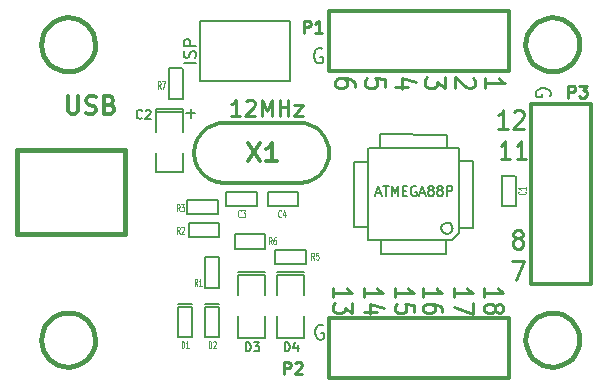
<source format=gto>
G04 (created by PCBNEW-RS274X (2012-01-19 BZR 3256)-stable) date Fri 05 Oct 2012 12:09:18 PM NZDT*
G01*
G70*
G90*
%MOIN*%
G04 Gerber Fmt 3.4, Leading zero omitted, Abs format*
%FSLAX34Y34*%
G04 APERTURE LIST*
%ADD10C,0.006000*%
%ADD11C,0.007900*%
%ADD12C,0.009800*%
%ADD13C,0.005000*%
%ADD14C,0.012500*%
%ADD15C,0.008000*%
%ADD16C,0.012000*%
%ADD17C,0.015000*%
%ADD18C,0.003900*%
%ADD19C,0.008700*%
%ADD20C,0.010000*%
%ADD21C,0.005900*%
G04 APERTURE END LIST*
G54D10*
G54D11*
X35310Y-23666D02*
X35610Y-23666D01*
X35460Y-23816D02*
X35460Y-23516D01*
X39836Y-21527D02*
X39791Y-21502D01*
X39723Y-21502D01*
X39656Y-21527D01*
X39611Y-21575D01*
X39588Y-21624D01*
X39566Y-21722D01*
X39566Y-21795D01*
X39588Y-21892D01*
X39611Y-21941D01*
X39656Y-21990D01*
X39723Y-22014D01*
X39768Y-22014D01*
X39836Y-21990D01*
X39858Y-21965D01*
X39858Y-21795D01*
X39768Y-21795D01*
X47433Y-23112D02*
X47458Y-23067D01*
X47458Y-22999D01*
X47433Y-22932D01*
X47385Y-22887D01*
X47336Y-22864D01*
X47238Y-22842D01*
X47165Y-22842D01*
X47068Y-22864D01*
X47019Y-22887D01*
X46970Y-22932D01*
X46946Y-22999D01*
X46946Y-23044D01*
X46970Y-23112D01*
X46995Y-23134D01*
X47165Y-23134D01*
X47165Y-23044D01*
X39876Y-30740D02*
X39831Y-30715D01*
X39763Y-30715D01*
X39696Y-30740D01*
X39651Y-30788D01*
X39628Y-30837D01*
X39606Y-30935D01*
X39606Y-31008D01*
X39628Y-31105D01*
X39651Y-31154D01*
X39696Y-31203D01*
X39763Y-31227D01*
X39808Y-31227D01*
X39876Y-31203D01*
X39898Y-31178D01*
X39898Y-31008D01*
X39808Y-31008D01*
G54D12*
X45245Y-29812D02*
X45245Y-29497D01*
X45245Y-29654D02*
X45875Y-29654D01*
X45785Y-29602D01*
X45725Y-29549D01*
X45695Y-29497D01*
X45605Y-30127D02*
X45635Y-30074D01*
X45665Y-30048D01*
X45725Y-30022D01*
X45755Y-30022D01*
X45815Y-30048D01*
X45845Y-30074D01*
X45875Y-30127D01*
X45875Y-30232D01*
X45845Y-30284D01*
X45815Y-30311D01*
X45755Y-30337D01*
X45725Y-30337D01*
X45665Y-30311D01*
X45635Y-30284D01*
X45605Y-30232D01*
X45605Y-30127D01*
X45575Y-30074D01*
X45545Y-30048D01*
X45485Y-30022D01*
X45365Y-30022D01*
X45305Y-30048D01*
X45275Y-30074D01*
X45245Y-30127D01*
X45245Y-30232D01*
X45275Y-30284D01*
X45305Y-30311D01*
X45365Y-30337D01*
X45485Y-30337D01*
X45545Y-30311D01*
X45575Y-30284D01*
X45605Y-30232D01*
X44221Y-29812D02*
X44221Y-29497D01*
X44221Y-29654D02*
X44851Y-29654D01*
X44761Y-29602D01*
X44701Y-29549D01*
X44671Y-29497D01*
X44851Y-29996D02*
X44851Y-30363D01*
X44221Y-30127D01*
X43198Y-29812D02*
X43198Y-29497D01*
X43198Y-29654D02*
X43828Y-29654D01*
X43738Y-29602D01*
X43678Y-29549D01*
X43648Y-29497D01*
X43828Y-30284D02*
X43828Y-30179D01*
X43798Y-30127D01*
X43768Y-30101D01*
X43678Y-30048D01*
X43558Y-30022D01*
X43318Y-30022D01*
X43258Y-30048D01*
X43228Y-30074D01*
X43198Y-30127D01*
X43198Y-30232D01*
X43228Y-30284D01*
X43258Y-30311D01*
X43318Y-30337D01*
X43468Y-30337D01*
X43528Y-30311D01*
X43558Y-30284D01*
X43588Y-30232D01*
X43588Y-30127D01*
X43558Y-30074D01*
X43528Y-30048D01*
X43468Y-30022D01*
X41229Y-29812D02*
X41229Y-29497D01*
X41229Y-29654D02*
X41859Y-29654D01*
X41769Y-29602D01*
X41709Y-29549D01*
X41679Y-29497D01*
X41649Y-30284D02*
X41229Y-30284D01*
X41889Y-30153D02*
X41439Y-30022D01*
X41439Y-30363D01*
X42253Y-29812D02*
X42253Y-29497D01*
X42253Y-29654D02*
X42883Y-29654D01*
X42793Y-29602D01*
X42733Y-29549D01*
X42703Y-29497D01*
X42883Y-30311D02*
X42883Y-30048D01*
X42583Y-30022D01*
X42613Y-30048D01*
X42643Y-30101D01*
X42643Y-30232D01*
X42613Y-30284D01*
X42583Y-30311D01*
X42523Y-30337D01*
X42373Y-30337D01*
X42313Y-30311D01*
X42283Y-30284D01*
X42253Y-30232D01*
X42253Y-30101D01*
X42283Y-30048D01*
X42313Y-30022D01*
X40205Y-29812D02*
X40205Y-29497D01*
X40205Y-29654D02*
X40835Y-29654D01*
X40745Y-29602D01*
X40685Y-29549D01*
X40655Y-29497D01*
X40835Y-29996D02*
X40835Y-30337D01*
X40595Y-30153D01*
X40595Y-30232D01*
X40565Y-30284D01*
X40535Y-30311D01*
X40475Y-30337D01*
X40325Y-30337D01*
X40265Y-30311D01*
X40235Y-30284D01*
X40205Y-30232D01*
X40205Y-30074D01*
X40235Y-30022D01*
X40265Y-29996D01*
X46025Y-24188D02*
X45710Y-24188D01*
X45867Y-24188D02*
X45867Y-23558D01*
X45815Y-23648D01*
X45762Y-23708D01*
X45710Y-23738D01*
X46235Y-23618D02*
X46261Y-23588D01*
X46314Y-23558D01*
X46445Y-23558D01*
X46497Y-23588D01*
X46524Y-23618D01*
X46550Y-23678D01*
X46550Y-23738D01*
X46524Y-23828D01*
X46209Y-24188D01*
X46550Y-24188D01*
X46103Y-25212D02*
X45788Y-25212D01*
X45945Y-25212D02*
X45945Y-24582D01*
X45893Y-24672D01*
X45840Y-24732D01*
X45788Y-24762D01*
X46628Y-25212D02*
X46313Y-25212D01*
X46470Y-25212D02*
X46470Y-24582D01*
X46418Y-24672D01*
X46365Y-24732D01*
X46313Y-24762D01*
X46314Y-27844D02*
X46261Y-27814D01*
X46235Y-27784D01*
X46209Y-27724D01*
X46209Y-27694D01*
X46235Y-27634D01*
X46261Y-27604D01*
X46314Y-27574D01*
X46419Y-27574D01*
X46471Y-27604D01*
X46498Y-27634D01*
X46524Y-27694D01*
X46524Y-27724D01*
X46498Y-27784D01*
X46471Y-27814D01*
X46419Y-27844D01*
X46314Y-27844D01*
X46261Y-27874D01*
X46235Y-27904D01*
X46209Y-27964D01*
X46209Y-28084D01*
X46235Y-28144D01*
X46261Y-28174D01*
X46314Y-28204D01*
X46419Y-28204D01*
X46471Y-28174D01*
X46498Y-28144D01*
X46524Y-28084D01*
X46524Y-27964D01*
X46498Y-27904D01*
X46471Y-27874D01*
X46419Y-27844D01*
X46167Y-28597D02*
X46567Y-28597D01*
X46310Y-29227D01*
X45278Y-22842D02*
X45278Y-22505D01*
X45278Y-22673D02*
X45924Y-22673D01*
X45831Y-22617D01*
X45770Y-22561D01*
X45739Y-22505D01*
X44860Y-22505D02*
X44891Y-22533D01*
X44922Y-22589D01*
X44922Y-22730D01*
X44891Y-22786D01*
X44860Y-22814D01*
X44798Y-22842D01*
X44737Y-22842D01*
X44645Y-22814D01*
X44276Y-22476D01*
X44276Y-22842D01*
X43920Y-22476D02*
X43920Y-22842D01*
X43673Y-22645D01*
X43673Y-22730D01*
X43643Y-22786D01*
X43612Y-22814D01*
X43550Y-22842D01*
X43397Y-22842D01*
X43335Y-22814D01*
X43304Y-22786D01*
X43274Y-22730D01*
X43274Y-22561D01*
X43304Y-22505D01*
X43335Y-22476D01*
X42702Y-22786D02*
X42272Y-22786D01*
X42948Y-22645D02*
X42487Y-22505D01*
X42487Y-22870D01*
X41916Y-22814D02*
X41916Y-22533D01*
X41608Y-22505D01*
X41639Y-22533D01*
X41669Y-22589D01*
X41669Y-22730D01*
X41639Y-22786D01*
X41608Y-22814D01*
X41546Y-22842D01*
X41393Y-22842D01*
X41331Y-22814D01*
X41300Y-22786D01*
X41270Y-22730D01*
X41270Y-22589D01*
X41300Y-22533D01*
X41331Y-22505D01*
X40914Y-22786D02*
X40914Y-22673D01*
X40883Y-22617D01*
X40852Y-22589D01*
X40760Y-22533D01*
X40637Y-22505D01*
X40391Y-22505D01*
X40329Y-22533D01*
X40298Y-22561D01*
X40268Y-22617D01*
X40268Y-22730D01*
X40298Y-22786D01*
X40329Y-22814D01*
X40391Y-22842D01*
X40544Y-22842D01*
X40606Y-22814D01*
X40637Y-22786D01*
X40667Y-22730D01*
X40667Y-22617D01*
X40637Y-22561D01*
X40606Y-22533D01*
X40544Y-22505D01*
G54D10*
X35490Y-30035D02*
X35018Y-30035D01*
X35018Y-31128D02*
X35018Y-30134D01*
G54D13*
X35500Y-31138D02*
X35500Y-30134D01*
X35028Y-31138D02*
X35500Y-31138D01*
X35032Y-30125D02*
X35492Y-30125D01*
G54D10*
X35923Y-31128D02*
X35923Y-30134D01*
X36395Y-30035D02*
X35923Y-30035D01*
G54D13*
X36405Y-31138D02*
X36405Y-30134D01*
X35933Y-31138D02*
X36405Y-31138D01*
X35937Y-30125D02*
X36397Y-30125D01*
X38330Y-31079D02*
X38330Y-31179D01*
X38330Y-31179D02*
X39230Y-31179D01*
X39230Y-31179D02*
X39230Y-31079D01*
X38330Y-28972D02*
X39230Y-28972D01*
X39230Y-31079D02*
X39230Y-30429D01*
X38330Y-29729D02*
X38330Y-29079D01*
X38330Y-29079D02*
X39230Y-29079D01*
X39230Y-29079D02*
X39230Y-29729D01*
X38330Y-30429D02*
X38330Y-31079D01*
X37031Y-31079D02*
X37031Y-31179D01*
X37031Y-31179D02*
X37931Y-31179D01*
X37931Y-31179D02*
X37931Y-31079D01*
X37031Y-29052D02*
X37931Y-29052D01*
X37931Y-31079D02*
X37931Y-30429D01*
X37031Y-29729D02*
X37031Y-29079D01*
X37031Y-28961D02*
X37931Y-28961D01*
X37931Y-29079D02*
X37931Y-29729D01*
X37031Y-30429D02*
X37031Y-31079D01*
G54D14*
X36573Y-25995D02*
X39073Y-25995D01*
X36573Y-23995D02*
X39073Y-23995D01*
X40073Y-24995D02*
X40069Y-24908D01*
X40057Y-24822D01*
X40038Y-24737D01*
X40012Y-24653D01*
X39979Y-24573D01*
X39939Y-24496D01*
X39892Y-24422D01*
X39839Y-24353D01*
X39780Y-24288D01*
X39715Y-24229D01*
X39646Y-24176D01*
X39573Y-24129D01*
X39495Y-24089D01*
X39415Y-24056D01*
X39331Y-24030D01*
X39246Y-24011D01*
X39160Y-23999D01*
X39073Y-23995D01*
X39073Y-25995D02*
X39160Y-25991D01*
X39246Y-25979D01*
X39331Y-25960D01*
X39415Y-25934D01*
X39495Y-25901D01*
X39573Y-25861D01*
X39646Y-25814D01*
X39715Y-25761D01*
X39780Y-25702D01*
X39839Y-25637D01*
X39892Y-25568D01*
X39939Y-25494D01*
X39979Y-25417D01*
X40012Y-25337D01*
X40038Y-25253D01*
X40057Y-25168D01*
X40069Y-25082D01*
X40073Y-24995D01*
X36573Y-23995D02*
X36486Y-23999D01*
X36400Y-24011D01*
X36315Y-24030D01*
X36231Y-24056D01*
X36151Y-24089D01*
X36074Y-24129D01*
X36000Y-24176D01*
X35931Y-24229D01*
X35866Y-24288D01*
X35807Y-24353D01*
X35754Y-24422D01*
X35707Y-24496D01*
X35667Y-24573D01*
X35634Y-24653D01*
X35608Y-24737D01*
X35589Y-24822D01*
X35577Y-24908D01*
X35573Y-24995D01*
X35573Y-24995D02*
X35577Y-25082D01*
X35589Y-25168D01*
X35608Y-25253D01*
X35634Y-25337D01*
X35667Y-25417D01*
X35707Y-25494D01*
X35754Y-25568D01*
X35807Y-25637D01*
X35866Y-25702D01*
X35931Y-25761D01*
X36000Y-25814D01*
X36074Y-25861D01*
X36151Y-25901D01*
X36231Y-25934D01*
X36315Y-25960D01*
X36400Y-25979D01*
X36486Y-25991D01*
X36573Y-25995D01*
G54D15*
X35772Y-20610D02*
X38772Y-20610D01*
X38772Y-22610D02*
X35772Y-22610D01*
X35772Y-22610D02*
X35772Y-20610D01*
X38772Y-20610D02*
X38772Y-22610D01*
G54D16*
X46796Y-29377D02*
X46796Y-23377D01*
X46796Y-23377D02*
X48796Y-23377D01*
X48796Y-23377D02*
X48796Y-29377D01*
X48796Y-29377D02*
X46796Y-29377D01*
G54D10*
X40894Y-25287D02*
X41344Y-25287D01*
X40894Y-27467D02*
X41334Y-27467D01*
X40894Y-25287D02*
X40894Y-27467D01*
X41774Y-24817D02*
X41774Y-24387D01*
X43984Y-24807D02*
X43984Y-24387D01*
X43994Y-24387D02*
X41774Y-24377D01*
X43974Y-28357D02*
X41804Y-28367D01*
X44404Y-27667D02*
X44404Y-24837D01*
X41794Y-28357D02*
X41794Y-27947D01*
X44154Y-27907D02*
X41374Y-27907D01*
X41354Y-24827D02*
X41354Y-27867D01*
X44404Y-24827D02*
X41404Y-24827D01*
X44854Y-27497D02*
X44854Y-25277D01*
X44854Y-25277D02*
X44404Y-25277D01*
X44400Y-27677D02*
X44170Y-27907D01*
X44852Y-27497D02*
X44400Y-27497D01*
X43974Y-27907D02*
X43974Y-28359D01*
X44180Y-27503D02*
X44176Y-27539D01*
X44165Y-27574D01*
X44148Y-27607D01*
X44125Y-27635D01*
X44097Y-27658D01*
X44064Y-27676D01*
X44029Y-27687D01*
X43993Y-27690D01*
X43957Y-27687D01*
X43922Y-27677D01*
X43890Y-27660D01*
X43861Y-27637D01*
X43837Y-27609D01*
X43820Y-27577D01*
X43809Y-27542D01*
X43805Y-27505D01*
X43808Y-27470D01*
X43818Y-27434D01*
X43834Y-27402D01*
X43857Y-27373D01*
X43885Y-27349D01*
X43917Y-27331D01*
X43952Y-27320D01*
X43989Y-27316D01*
X44024Y-27318D01*
X44059Y-27328D01*
X44092Y-27345D01*
X44121Y-27367D01*
X44145Y-27395D01*
X44163Y-27427D01*
X44175Y-27462D01*
X44179Y-27498D01*
X44180Y-27503D01*
G54D13*
X46287Y-26767D02*
X46287Y-25763D01*
X45815Y-25743D02*
X45815Y-26767D01*
X45815Y-26767D02*
X46287Y-26767D01*
X45819Y-25754D02*
X46279Y-25754D01*
X36642Y-26767D02*
X37646Y-26767D01*
X37666Y-26295D02*
X36642Y-26295D01*
X36642Y-26295D02*
X36642Y-26767D01*
X37655Y-26299D02*
X37655Y-26759D01*
X39044Y-26295D02*
X38040Y-26295D01*
X38020Y-26767D02*
X39044Y-26767D01*
X39044Y-26767D02*
X39044Y-26295D01*
X38031Y-26763D02*
X38031Y-26303D01*
X35185Y-23185D02*
X35185Y-22181D01*
X34713Y-22161D02*
X34713Y-23185D01*
X34713Y-23185D02*
X35185Y-23185D01*
X34717Y-22172D02*
X35177Y-22172D01*
X37941Y-27712D02*
X36937Y-27712D01*
X36917Y-28184D02*
X37941Y-28184D01*
X37941Y-28184D02*
X37941Y-27712D01*
X36928Y-28180D02*
X36928Y-27720D01*
X39280Y-28224D02*
X38276Y-28224D01*
X38256Y-28696D02*
X39280Y-28696D01*
X39280Y-28696D02*
X39280Y-28224D01*
X38267Y-28692D02*
X38267Y-28232D01*
X35342Y-27042D02*
X36346Y-27042D01*
X36366Y-26570D02*
X35342Y-26570D01*
X35342Y-26570D02*
X35342Y-27042D01*
X36355Y-26574D02*
X36355Y-27034D01*
X36405Y-29484D02*
X36405Y-28480D01*
X35933Y-28460D02*
X35933Y-29484D01*
X35933Y-29484D02*
X36405Y-29484D01*
X35937Y-28471D02*
X36397Y-28471D01*
X36406Y-27318D02*
X35402Y-27318D01*
X35382Y-27790D02*
X36406Y-27790D01*
X36406Y-27790D02*
X36406Y-27318D01*
X35393Y-27786D02*
X35393Y-27326D01*
G54D16*
X40071Y-30495D02*
X46071Y-30495D01*
X46071Y-30495D02*
X46071Y-32495D01*
X46071Y-32495D02*
X40071Y-32495D01*
X40071Y-32495D02*
X40071Y-30495D01*
X46071Y-22259D02*
X40071Y-22259D01*
X40071Y-22259D02*
X40071Y-20259D01*
X40071Y-20259D02*
X46071Y-20259D01*
X46071Y-20259D02*
X46071Y-22259D01*
G54D17*
X48408Y-31216D02*
X48390Y-31390D01*
X48340Y-31558D01*
X48257Y-31714D01*
X48146Y-31850D01*
X48011Y-31962D01*
X47856Y-32045D01*
X47688Y-32097D01*
X47514Y-32115D01*
X47340Y-32100D01*
X47171Y-32050D01*
X47016Y-31969D01*
X46879Y-31859D01*
X46766Y-31724D01*
X46681Y-31570D01*
X46628Y-31403D01*
X46609Y-31228D01*
X46623Y-31054D01*
X46672Y-30885D01*
X46752Y-30729D01*
X46861Y-30591D01*
X46995Y-30477D01*
X47148Y-30392D01*
X47315Y-30337D01*
X47490Y-30317D01*
X47664Y-30330D01*
X47833Y-30377D01*
X47990Y-30457D01*
X48128Y-30565D01*
X48243Y-30698D01*
X48330Y-30850D01*
X48385Y-31017D01*
X48407Y-31191D01*
X48408Y-31216D01*
X32266Y-21374D02*
X32248Y-21548D01*
X32198Y-21716D01*
X32115Y-21872D01*
X32004Y-22008D01*
X31869Y-22120D01*
X31714Y-22203D01*
X31546Y-22255D01*
X31372Y-22273D01*
X31198Y-22258D01*
X31029Y-22208D01*
X30874Y-22127D01*
X30737Y-22017D01*
X30624Y-21882D01*
X30539Y-21728D01*
X30486Y-21561D01*
X30467Y-21386D01*
X30481Y-21212D01*
X30530Y-21043D01*
X30610Y-20887D01*
X30719Y-20749D01*
X30853Y-20635D01*
X31006Y-20550D01*
X31173Y-20495D01*
X31348Y-20475D01*
X31522Y-20488D01*
X31691Y-20535D01*
X31848Y-20615D01*
X31986Y-20723D01*
X32101Y-20856D01*
X32188Y-21008D01*
X32243Y-21175D01*
X32265Y-21349D01*
X32266Y-21374D01*
X48408Y-21374D02*
X48390Y-21548D01*
X48340Y-21716D01*
X48257Y-21872D01*
X48146Y-22008D01*
X48011Y-22120D01*
X47856Y-22203D01*
X47688Y-22255D01*
X47514Y-22273D01*
X47340Y-22258D01*
X47171Y-22208D01*
X47016Y-22127D01*
X46879Y-22017D01*
X46766Y-21882D01*
X46681Y-21728D01*
X46628Y-21561D01*
X46609Y-21386D01*
X46623Y-21212D01*
X46672Y-21043D01*
X46752Y-20887D01*
X46861Y-20749D01*
X46995Y-20635D01*
X47148Y-20550D01*
X47315Y-20495D01*
X47490Y-20475D01*
X47664Y-20488D01*
X47833Y-20535D01*
X47990Y-20615D01*
X48128Y-20723D01*
X48243Y-20856D01*
X48330Y-21008D01*
X48385Y-21175D01*
X48407Y-21349D01*
X48408Y-21374D01*
X32266Y-31216D02*
X32248Y-31390D01*
X32198Y-31558D01*
X32115Y-31714D01*
X32004Y-31850D01*
X31869Y-31962D01*
X31714Y-32045D01*
X31546Y-32097D01*
X31372Y-32115D01*
X31198Y-32100D01*
X31029Y-32050D01*
X30874Y-31969D01*
X30737Y-31859D01*
X30624Y-31724D01*
X30539Y-31570D01*
X30486Y-31403D01*
X30467Y-31228D01*
X30481Y-31054D01*
X30530Y-30885D01*
X30610Y-30729D01*
X30719Y-30591D01*
X30853Y-30477D01*
X31006Y-30392D01*
X31173Y-30337D01*
X31348Y-30317D01*
X31522Y-30330D01*
X31691Y-30377D01*
X31848Y-30457D01*
X31986Y-30565D01*
X32101Y-30698D01*
X32188Y-30850D01*
X32243Y-31017D01*
X32265Y-31191D01*
X32266Y-31216D01*
X33275Y-27693D02*
X33275Y-24897D01*
X33275Y-24897D02*
X29653Y-24897D01*
X29653Y-24897D02*
X29653Y-27693D01*
X29653Y-27693D02*
X33275Y-27693D01*
G54D13*
X35202Y-23641D02*
X35202Y-23541D01*
X35202Y-23541D02*
X34302Y-23541D01*
X34302Y-23541D02*
X34302Y-23641D01*
X35202Y-23641D02*
X34302Y-23641D01*
X34302Y-23641D02*
X34302Y-24291D01*
X35202Y-24991D02*
X35202Y-25641D01*
X35202Y-25641D02*
X34302Y-25641D01*
X34302Y-25641D02*
X34302Y-24991D01*
X35202Y-24291D02*
X35202Y-23641D01*
G54D18*
X35148Y-31510D02*
X35148Y-31269D01*
X35186Y-31269D01*
X35208Y-31281D01*
X35223Y-31303D01*
X35231Y-31326D01*
X35238Y-31372D01*
X35238Y-31407D01*
X35231Y-31453D01*
X35223Y-31476D01*
X35208Y-31499D01*
X35186Y-31510D01*
X35148Y-31510D01*
X35388Y-31510D02*
X35298Y-31510D01*
X35343Y-31510D02*
X35343Y-31269D01*
X35328Y-31303D01*
X35313Y-31326D01*
X35298Y-31338D01*
X36053Y-31510D02*
X36053Y-31269D01*
X36091Y-31269D01*
X36113Y-31281D01*
X36128Y-31303D01*
X36136Y-31326D01*
X36143Y-31372D01*
X36143Y-31407D01*
X36136Y-31453D01*
X36128Y-31476D01*
X36113Y-31499D01*
X36091Y-31510D01*
X36053Y-31510D01*
X36203Y-31292D02*
X36210Y-31281D01*
X36225Y-31269D01*
X36263Y-31269D01*
X36278Y-31281D01*
X36285Y-31292D01*
X36293Y-31315D01*
X36293Y-31338D01*
X36285Y-31372D01*
X36195Y-31510D01*
X36293Y-31510D01*
G54D13*
X38585Y-31613D02*
X38585Y-31313D01*
X38657Y-31313D01*
X38700Y-31328D01*
X38728Y-31356D01*
X38743Y-31385D01*
X38757Y-31442D01*
X38757Y-31485D01*
X38743Y-31542D01*
X38728Y-31571D01*
X38700Y-31599D01*
X38657Y-31613D01*
X38585Y-31613D01*
X39014Y-31413D02*
X39014Y-31613D01*
X38943Y-31299D02*
X38871Y-31513D01*
X39057Y-31513D01*
X37286Y-31613D02*
X37286Y-31313D01*
X37358Y-31313D01*
X37401Y-31328D01*
X37429Y-31356D01*
X37444Y-31385D01*
X37458Y-31442D01*
X37458Y-31485D01*
X37444Y-31542D01*
X37429Y-31571D01*
X37401Y-31599D01*
X37358Y-31613D01*
X37286Y-31613D01*
X37558Y-31313D02*
X37744Y-31313D01*
X37644Y-31428D01*
X37686Y-31428D01*
X37715Y-31442D01*
X37729Y-31456D01*
X37744Y-31485D01*
X37744Y-31556D01*
X37729Y-31585D01*
X37715Y-31599D01*
X37686Y-31613D01*
X37601Y-31613D01*
X37572Y-31599D01*
X37558Y-31585D01*
G54D16*
X37377Y-24678D02*
X37777Y-25278D01*
X37777Y-24678D02*
X37377Y-25278D01*
X38319Y-25278D02*
X37976Y-25278D01*
X38148Y-25278D02*
X38148Y-24678D01*
X38091Y-24764D01*
X38033Y-24821D01*
X37976Y-24849D01*
G54D19*
X37100Y-23749D02*
X36802Y-23749D01*
X36951Y-23749D02*
X36951Y-23228D01*
X36901Y-23303D01*
X36852Y-23352D01*
X36802Y-23377D01*
X37298Y-23278D02*
X37323Y-23253D01*
X37373Y-23228D01*
X37497Y-23228D01*
X37546Y-23253D01*
X37571Y-23278D01*
X37596Y-23328D01*
X37596Y-23377D01*
X37571Y-23452D01*
X37273Y-23749D01*
X37596Y-23749D01*
X37819Y-23749D02*
X37819Y-23228D01*
X37993Y-23601D01*
X38166Y-23228D01*
X38166Y-23749D01*
X38414Y-23749D02*
X38414Y-23228D01*
X38414Y-23476D02*
X38712Y-23476D01*
X38712Y-23749D02*
X38712Y-23228D01*
X38910Y-23402D02*
X39183Y-23402D01*
X38910Y-23749D01*
X39183Y-23749D01*
G54D15*
X35622Y-22000D02*
X35222Y-22000D01*
X35603Y-21829D02*
X35622Y-21772D01*
X35622Y-21676D01*
X35603Y-21638D01*
X35584Y-21619D01*
X35546Y-21600D01*
X35508Y-21600D01*
X35470Y-21619D01*
X35450Y-21638D01*
X35431Y-21676D01*
X35412Y-21753D01*
X35393Y-21791D01*
X35374Y-21810D01*
X35336Y-21829D01*
X35298Y-21829D01*
X35260Y-21810D01*
X35241Y-21791D01*
X35222Y-21753D01*
X35222Y-21657D01*
X35241Y-21600D01*
X35622Y-21429D02*
X35222Y-21429D01*
X35222Y-21276D01*
X35241Y-21238D01*
X35260Y-21219D01*
X35298Y-21200D01*
X35355Y-21200D01*
X35393Y-21219D01*
X35412Y-21238D01*
X35431Y-21276D01*
X35431Y-21429D01*
G54D20*
X48039Y-23150D02*
X48039Y-22750D01*
X48192Y-22750D01*
X48230Y-22769D01*
X48249Y-22788D01*
X48268Y-22826D01*
X48268Y-22883D01*
X48249Y-22921D01*
X48230Y-22940D01*
X48192Y-22959D01*
X48039Y-22959D01*
X48401Y-22750D02*
X48649Y-22750D01*
X48515Y-22902D01*
X48573Y-22902D01*
X48611Y-22921D01*
X48630Y-22940D01*
X48649Y-22978D01*
X48649Y-23074D01*
X48630Y-23112D01*
X48611Y-23131D01*
X48573Y-23150D01*
X48458Y-23150D01*
X48420Y-23131D01*
X48401Y-23112D01*
G54D21*
X41634Y-26337D02*
X41784Y-26337D01*
X41604Y-26438D02*
X41709Y-26084D01*
X41814Y-26438D01*
X41874Y-26084D02*
X42054Y-26084D01*
X41964Y-26438D02*
X41964Y-26084D01*
X42159Y-26438D02*
X42159Y-26084D01*
X42264Y-26337D01*
X42369Y-26084D01*
X42369Y-26438D01*
X42519Y-26253D02*
X42624Y-26253D01*
X42669Y-26438D02*
X42519Y-26438D01*
X42519Y-26084D01*
X42669Y-26084D01*
X42969Y-26101D02*
X42939Y-26084D01*
X42894Y-26084D01*
X42849Y-26101D01*
X42819Y-26135D01*
X42804Y-26169D01*
X42789Y-26236D01*
X42789Y-26287D01*
X42804Y-26354D01*
X42819Y-26388D01*
X42849Y-26421D01*
X42894Y-26438D01*
X42924Y-26438D01*
X42969Y-26421D01*
X42984Y-26405D01*
X42984Y-26287D01*
X42924Y-26287D01*
X43104Y-26337D02*
X43254Y-26337D01*
X43074Y-26438D02*
X43179Y-26084D01*
X43284Y-26438D01*
X43434Y-26236D02*
X43404Y-26219D01*
X43389Y-26202D01*
X43374Y-26169D01*
X43374Y-26152D01*
X43389Y-26118D01*
X43404Y-26101D01*
X43434Y-26084D01*
X43494Y-26084D01*
X43524Y-26101D01*
X43539Y-26118D01*
X43554Y-26152D01*
X43554Y-26169D01*
X43539Y-26202D01*
X43524Y-26219D01*
X43494Y-26236D01*
X43434Y-26236D01*
X43404Y-26253D01*
X43389Y-26270D01*
X43374Y-26303D01*
X43374Y-26371D01*
X43389Y-26405D01*
X43404Y-26421D01*
X43434Y-26438D01*
X43494Y-26438D01*
X43524Y-26421D01*
X43539Y-26405D01*
X43554Y-26371D01*
X43554Y-26303D01*
X43539Y-26270D01*
X43524Y-26253D01*
X43494Y-26236D01*
X43734Y-26236D02*
X43704Y-26219D01*
X43689Y-26202D01*
X43674Y-26169D01*
X43674Y-26152D01*
X43689Y-26118D01*
X43704Y-26101D01*
X43734Y-26084D01*
X43794Y-26084D01*
X43824Y-26101D01*
X43839Y-26118D01*
X43854Y-26152D01*
X43854Y-26169D01*
X43839Y-26202D01*
X43824Y-26219D01*
X43794Y-26236D01*
X43734Y-26236D01*
X43704Y-26253D01*
X43689Y-26270D01*
X43674Y-26303D01*
X43674Y-26371D01*
X43689Y-26405D01*
X43704Y-26421D01*
X43734Y-26438D01*
X43794Y-26438D01*
X43824Y-26421D01*
X43839Y-26405D01*
X43854Y-26371D01*
X43854Y-26303D01*
X43839Y-26270D01*
X43824Y-26253D01*
X43794Y-26236D01*
X43989Y-26438D02*
X43989Y-26084D01*
X44109Y-26084D01*
X44139Y-26101D01*
X44154Y-26118D01*
X44169Y-26152D01*
X44169Y-26202D01*
X44154Y-26236D01*
X44139Y-26253D01*
X44109Y-26270D01*
X43989Y-26270D01*
G54D18*
X46597Y-26282D02*
X46609Y-26289D01*
X46620Y-26312D01*
X46620Y-26327D01*
X46609Y-26349D01*
X46586Y-26364D01*
X46563Y-26372D01*
X46517Y-26379D01*
X46482Y-26379D01*
X46436Y-26372D01*
X46413Y-26364D01*
X46391Y-26349D01*
X46379Y-26327D01*
X46379Y-26312D01*
X46391Y-26289D01*
X46402Y-26282D01*
X46620Y-26132D02*
X46620Y-26222D01*
X46620Y-26177D02*
X46379Y-26177D01*
X46413Y-26192D01*
X46436Y-26207D01*
X46448Y-26222D01*
X37127Y-27117D02*
X37120Y-27129D01*
X37097Y-27140D01*
X37082Y-27140D01*
X37060Y-27129D01*
X37045Y-27106D01*
X37037Y-27083D01*
X37030Y-27037D01*
X37030Y-27002D01*
X37037Y-26956D01*
X37045Y-26933D01*
X37060Y-26911D01*
X37082Y-26899D01*
X37097Y-26899D01*
X37120Y-26911D01*
X37127Y-26922D01*
X37179Y-26899D02*
X37277Y-26899D01*
X37224Y-26991D01*
X37247Y-26991D01*
X37262Y-27002D01*
X37269Y-27014D01*
X37277Y-27037D01*
X37277Y-27094D01*
X37269Y-27117D01*
X37262Y-27129D01*
X37247Y-27140D01*
X37202Y-27140D01*
X37187Y-27129D01*
X37179Y-27117D01*
X38466Y-27117D02*
X38459Y-27129D01*
X38436Y-27140D01*
X38421Y-27140D01*
X38399Y-27129D01*
X38384Y-27106D01*
X38376Y-27083D01*
X38369Y-27037D01*
X38369Y-27002D01*
X38376Y-26956D01*
X38384Y-26933D01*
X38399Y-26911D01*
X38421Y-26899D01*
X38436Y-26899D01*
X38459Y-26911D01*
X38466Y-26922D01*
X38601Y-26979D02*
X38601Y-27140D01*
X38563Y-26888D02*
X38526Y-27060D01*
X38623Y-27060D01*
X34450Y-22849D02*
X34398Y-22734D01*
X34360Y-22849D02*
X34360Y-22608D01*
X34420Y-22608D01*
X34435Y-22620D01*
X34443Y-22631D01*
X34450Y-22654D01*
X34450Y-22688D01*
X34443Y-22711D01*
X34435Y-22723D01*
X34420Y-22734D01*
X34360Y-22734D01*
X34502Y-22608D02*
X34607Y-22608D01*
X34540Y-22849D01*
X38151Y-28046D02*
X38099Y-27931D01*
X38061Y-28046D02*
X38061Y-27805D01*
X38121Y-27805D01*
X38136Y-27817D01*
X38144Y-27828D01*
X38151Y-27851D01*
X38151Y-27885D01*
X38144Y-27908D01*
X38136Y-27920D01*
X38121Y-27931D01*
X38061Y-27931D01*
X38286Y-27805D02*
X38256Y-27805D01*
X38241Y-27817D01*
X38233Y-27828D01*
X38218Y-27862D01*
X38211Y-27908D01*
X38211Y-28000D01*
X38218Y-28023D01*
X38226Y-28035D01*
X38241Y-28046D01*
X38271Y-28046D01*
X38286Y-28035D01*
X38293Y-28023D01*
X38301Y-28000D01*
X38301Y-27943D01*
X38293Y-27920D01*
X38286Y-27908D01*
X38271Y-27897D01*
X38241Y-27897D01*
X38226Y-27908D01*
X38218Y-27920D01*
X38211Y-27943D01*
X39568Y-28558D02*
X39516Y-28443D01*
X39478Y-28558D02*
X39478Y-28317D01*
X39538Y-28317D01*
X39553Y-28329D01*
X39561Y-28340D01*
X39568Y-28363D01*
X39568Y-28397D01*
X39561Y-28420D01*
X39553Y-28432D01*
X39538Y-28443D01*
X39478Y-28443D01*
X39710Y-28317D02*
X39635Y-28317D01*
X39628Y-28432D01*
X39635Y-28420D01*
X39650Y-28409D01*
X39688Y-28409D01*
X39703Y-28420D01*
X39710Y-28432D01*
X39718Y-28455D01*
X39718Y-28512D01*
X39710Y-28535D01*
X39703Y-28547D01*
X39688Y-28558D01*
X39650Y-28558D01*
X39635Y-28547D01*
X39628Y-28535D01*
X35080Y-26943D02*
X35028Y-26828D01*
X34990Y-26943D02*
X34990Y-26702D01*
X35050Y-26702D01*
X35065Y-26714D01*
X35073Y-26725D01*
X35080Y-26748D01*
X35080Y-26782D01*
X35073Y-26805D01*
X35065Y-26817D01*
X35050Y-26828D01*
X34990Y-26828D01*
X35132Y-26702D02*
X35230Y-26702D01*
X35177Y-26794D01*
X35200Y-26794D01*
X35215Y-26805D01*
X35222Y-26817D01*
X35230Y-26840D01*
X35230Y-26897D01*
X35222Y-26920D01*
X35215Y-26932D01*
X35200Y-26943D01*
X35155Y-26943D01*
X35140Y-26932D01*
X35132Y-26920D01*
X35671Y-29424D02*
X35619Y-29309D01*
X35581Y-29424D02*
X35581Y-29183D01*
X35641Y-29183D01*
X35656Y-29195D01*
X35664Y-29206D01*
X35671Y-29229D01*
X35671Y-29263D01*
X35664Y-29286D01*
X35656Y-29298D01*
X35641Y-29309D01*
X35581Y-29309D01*
X35821Y-29424D02*
X35731Y-29424D01*
X35776Y-29424D02*
X35776Y-29183D01*
X35761Y-29217D01*
X35746Y-29240D01*
X35731Y-29252D01*
X35080Y-27691D02*
X35028Y-27576D01*
X34990Y-27691D02*
X34990Y-27450D01*
X35050Y-27450D01*
X35065Y-27462D01*
X35073Y-27473D01*
X35080Y-27496D01*
X35080Y-27530D01*
X35073Y-27553D01*
X35065Y-27565D01*
X35050Y-27576D01*
X34990Y-27576D01*
X35140Y-27473D02*
X35147Y-27462D01*
X35162Y-27450D01*
X35200Y-27450D01*
X35215Y-27462D01*
X35222Y-27473D01*
X35230Y-27496D01*
X35230Y-27519D01*
X35222Y-27553D01*
X35132Y-27691D01*
X35230Y-27691D01*
G54D20*
X38551Y-32363D02*
X38551Y-31963D01*
X38704Y-31963D01*
X38742Y-31982D01*
X38761Y-32001D01*
X38780Y-32039D01*
X38780Y-32096D01*
X38761Y-32134D01*
X38742Y-32153D01*
X38704Y-32172D01*
X38551Y-32172D01*
X38932Y-32001D02*
X38951Y-31982D01*
X38989Y-31963D01*
X39085Y-31963D01*
X39123Y-31982D01*
X39142Y-32001D01*
X39161Y-32039D01*
X39161Y-32077D01*
X39142Y-32134D01*
X38913Y-32363D01*
X39161Y-32363D01*
X39221Y-20985D02*
X39221Y-20585D01*
X39374Y-20585D01*
X39412Y-20604D01*
X39431Y-20623D01*
X39450Y-20661D01*
X39450Y-20718D01*
X39431Y-20756D01*
X39412Y-20775D01*
X39374Y-20794D01*
X39221Y-20794D01*
X39831Y-20985D02*
X39602Y-20985D01*
X39716Y-20985D02*
X39716Y-20585D01*
X39678Y-20642D01*
X39640Y-20680D01*
X39602Y-20699D01*
G54D16*
X31357Y-23104D02*
X31357Y-23590D01*
X31385Y-23647D01*
X31414Y-23675D01*
X31471Y-23704D01*
X31585Y-23704D01*
X31643Y-23675D01*
X31671Y-23647D01*
X31700Y-23590D01*
X31700Y-23104D01*
X31957Y-23675D02*
X32043Y-23704D01*
X32186Y-23704D01*
X32243Y-23675D01*
X32272Y-23647D01*
X32300Y-23590D01*
X32300Y-23532D01*
X32272Y-23475D01*
X32243Y-23447D01*
X32186Y-23418D01*
X32072Y-23390D01*
X32014Y-23361D01*
X31986Y-23332D01*
X31957Y-23275D01*
X31957Y-23218D01*
X31986Y-23161D01*
X32014Y-23132D01*
X32072Y-23104D01*
X32214Y-23104D01*
X32300Y-23132D01*
X32757Y-23390D02*
X32843Y-23418D01*
X32871Y-23447D01*
X32900Y-23504D01*
X32900Y-23590D01*
X32871Y-23647D01*
X32843Y-23675D01*
X32785Y-23704D01*
X32557Y-23704D01*
X32557Y-23104D01*
X32757Y-23104D01*
X32814Y-23132D01*
X32843Y-23161D01*
X32871Y-23218D01*
X32871Y-23275D01*
X32843Y-23332D01*
X32814Y-23361D01*
X32757Y-23390D01*
X32557Y-23390D01*
G54D13*
X33836Y-23829D02*
X33822Y-23843D01*
X33779Y-23857D01*
X33750Y-23857D01*
X33707Y-23843D01*
X33679Y-23815D01*
X33664Y-23786D01*
X33650Y-23729D01*
X33650Y-23686D01*
X33664Y-23629D01*
X33679Y-23600D01*
X33707Y-23572D01*
X33750Y-23557D01*
X33779Y-23557D01*
X33822Y-23572D01*
X33836Y-23586D01*
X33950Y-23586D02*
X33964Y-23572D01*
X33993Y-23557D01*
X34064Y-23557D01*
X34093Y-23572D01*
X34107Y-23586D01*
X34122Y-23615D01*
X34122Y-23643D01*
X34107Y-23686D01*
X33936Y-23857D01*
X34122Y-23857D01*
M02*

</source>
